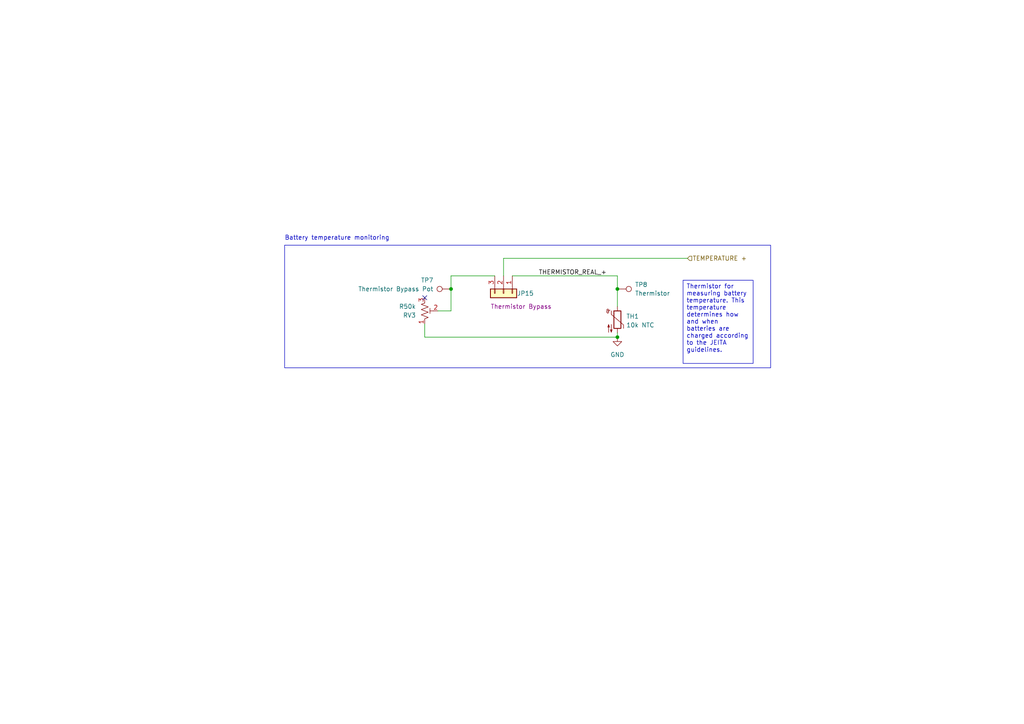
<source format=kicad_sch>
(kicad_sch (version 20231120) (generator "eeschema") (generator_version "8.0")
  (paper "A4")
  (lib_symbols
    (symbol "Connector_Generic:Conn_01x03" (pin_names (offset 1.016) hide)
      (property "Reference" "J" (at 0 5.08 0))
      (property "Value" "Conn_01x03" (at 0 -5.08 0))
      (symbol "Conn_01x03_1_1"
        (rectangle (start -1.27 -2.413) (end 0 -2.667) (stroke (width 0.1524)))
        (rectangle (start -1.27 0.127) (end 0 -0.127) (stroke (width 0.1524)))
        (rectangle (start -1.27 2.667) (end 0 2.413) (stroke (width 0.1524)))
        (rectangle (start -1.27 3.81) (end 1.27 -3.81) (stroke (width 0.254)) (fill (type background)))
        (pin passive line (at -5.08 2.54 0) (length 3.81) (name "Pin_1") (number "1"))
        (pin passive line (at -5.08 0 0) (length 3.81) (name "Pin_2") (number "2"))
        (pin passive line (at -5.08 -2.54 0) (length 3.81) (name "Pin_3") (number "3"))
      )
    )
    (symbol "Device:R_Potentiometer_Trim_US" (pin_names (offset 1.016) hide)
      (property "Reference" "RV" (at -4.445 0 90))
      (property "Value" "R_Potentiometer_Trim_US" (at -2.54 0 90))
      (symbol "R_Potentiometer_Trim_US_0_1"
        (polyline (pts (xy 0 -2.286) (xy 0 -2.54)))
        (polyline (pts (xy 0 2.286) (xy 0 2.54)))
        (polyline (pts (xy 1.524 0.762) (xy 1.524 -0.762)))
        (polyline (pts (xy 2.54 0) (xy 1.524 0)))
        (polyline (pts (xy 0 -0.762) (xy 1.016 -1.143) (xy 0 -1.524) (xy -1.016 -1.905) (xy 0 -2.286)))
        (polyline (pts (xy 0 0.762) (xy 1.016 0.381) (xy 0 0) (xy -1.016 -0.381) (xy 0 -0.762)))
        (polyline (pts (xy 0 2.286) (xy 1.016 1.905) (xy 0 1.524) (xy -1.016 1.143) (xy 0 0.762)))
      )
      (symbol "R_Potentiometer_Trim_US_1_1"
        (pin passive line (at 0 3.81 270) (length 1.27) (name "1") (number "1"))
        (pin passive line (at 3.81 0 180) (length 1.27) (name "2") (number "2"))
        (pin passive line (at 0 -3.81 90) (length 1.27) (name "3") (number "3"))
      )
    )
    (symbol "Device:Thermistor_NTC" (pin_numbers hide) (pin_names (offset 0))
      (property "Reference" "TH" (at -4.445 0 90))
      (property "Value" "Thermistor_NTC" (at 3.175 0 90))
      (symbol "Thermistor_NTC_0_1"
        (arc (start -3.048 2.159) (mid -3.0495 2.3143) (end -3.175 2.413))
        (arc (start -3.048 2.159) (mid -2.9736 1.9794) (end -2.794 1.905))
        (arc (start -3.048 2.794) (mid -2.9736 2.6144) (end -2.794 2.54))
        (arc (start -2.794 1.905) (mid -2.6144 1.9794) (end -2.54 2.159))
        (arc (start -2.794 2.54) (mid -2.4393 2.5587) (end -2.159 2.794))
        (arc (start -2.794 3.048) (mid -2.9736 2.9736) (end -3.048 2.794))
        (arc (start -2.54 2.794) (mid -2.6144 2.9736) (end -2.794 3.048))
        (rectangle (start -1.016 2.54) (end 1.016 -2.54) (stroke (width 0.254)))
        (polyline (pts (xy -2.54 2.159) (xy -2.54 2.794)))
        (polyline (pts (xy -1.778 2.54) (xy -1.778 1.524) (xy 1.778 -1.524) (xy 1.778 -2.54)))
        (polyline (pts (xy -2.54 -3.683) (xy -2.54 -1.397) (xy -2.794 -2.159) (xy -2.286 -2.159) (xy -2.54 -1.397) (xy -2.54 -1.651)) (fill (type outline)))
        (polyline (pts (xy -1.778 -1.397) (xy -1.778 -3.683) (xy -2.032 -2.921) (xy -1.524 -2.921) (xy -1.778 -3.683) (xy -1.778 -3.429)) (fill (type outline)))
      )
      (symbol "Thermistor_NTC_1_1"
        (pin passive line (at 0 3.81 270) (length 1.27) (name "~") (number "1"))
        (pin passive line (at 0 -3.81 90) (length 1.27) (name "~") (number "2"))
      )
    )
    (symbol "TVSC:TestPoint_Keystone_5002" (pin_numbers hide) (pin_names (offset 0.762) hide)
      (property "Reference" "TP" (at 0 6.858 0))
      (property "Value" "TestPoint" (at 0 5.08 0))
      (symbol "TestPoint_Keystone_5002_0_1"
        (circle (center 0 3.302) (radius 0.762))
      )
      (symbol "TestPoint_Keystone_5002_1_1"
        (pin passive line (at 0 0 90) (length 2.54) (name "1") (number "1"))
      )
    )
    (symbol "power:GND" (power) (pin_names (offset 0))
      (property "Value" "GND" (at 0 -3.81 0))
      (symbol "GND_0_1"
        (polyline (pts (xy 0 0) (xy 0 -1.27) (xy 1.27 -1.27) (xy 0 -2.54) (xy -1.27 -1.27) (xy 0 -1.27)))
      )
      (symbol "GND_1_1"
        (pin power_in line (at 0 0 270) (length 0) hide (name "GND") (number "1"))
      )
    )
  )
  (junction (at 130.81 83.82))
  (junction (at 179.07 83.82))
  (junction (at 179.07 97.79))
  (no_connect (at 123.19 86.36))
  (wire (pts (xy 146.05 74.93) (xy 146.05 80.01)))
  (wire (pts (xy 130.81 80.01) (xy 130.81 83.82)))
  (wire (pts (xy 179.07 83.82) (xy 179.07 80.01)))
  (wire (pts (xy 130.81 83.82) (xy 130.81 90.17)))
  (wire (pts (xy 123.19 93.98) (xy 123.19 97.79)))
  (wire (pts (xy 123.19 97.79) (xy 179.07 97.79)))
  (wire (pts (xy 179.07 80.01) (xy 148.59 80.01)))
  (wire (pts (xy 199.39 74.93) (xy 146.05 74.93)))
  (wire (pts (xy 130.81 80.01) (xy 143.51 80.01)))
  (wire (pts (xy 130.81 90.17) (xy 127 90.17)))
  (wire (pts (xy 179.07 83.82) (xy 179.07 88.9)))
  (wire (pts (xy 179.07 97.79) (xy 179.07 96.52)))
  (rectangle (start 82.55 71.12) (end 223.52 106.68))
  (text_box "Thermistor for measuring battery temperature. This temperature determines how and when batteries are charged according to the JEITA guidelines." (at 198.12 81.28 0) (size 20.32 24.13) (effects (font (size 1.27 1.27)) (justify left top)))
  (text "Battery temperature monitoring" (at 82.55 69.85 0) (effects (font (size 1.27 1.27)) (justify left bottom)))
  (label "THERMISTOR_REAL_+" (at 156.21 80.01 0))
  (hierarchical_label "TEMPERATURE +" (shape input) (at 199.39 74.93 0))
  (symbol (lib_id "Device:R_Potentiometer_Trim_US") (at 123.19 90.17 0) (mirror x) (unit 1)
    (property "Reference" "RV3" (at 120.65 91.44 0) (effects (justify right)))
    (property "Value" "R50k" (at 120.65 88.9 0) (effects (justify right)))
    (property "Footprint" "Potentiometer_SMD:Potentiometer_Bourns_3314J_Vertical" (effects (hide yes)))
    (property "Active" "Y" (effects (hide yes)))
    (property "MPN" "C50895" (effects (hide yes)))
    (property "Manufacturer" "BOURNS" (effects (hide yes)))
    (property "Manufacturer Part Number" "3314J-1-503E" (effects (hide yes)))
    (property "Specs" "0-50k Ohm" (effects (hide yes)))
  )
  (symbol (lib_id "TVSC:TestPoint_Keystone_5002") (at 130.81 83.82 90) (unit 1)
    (property "Reference" "TP7" (at 125.73 81.28 90) (effects (justify left)))
    (property "Value" "Thermistor Bypass Pot" (at 125.73 83.82 90) (effects (justify left)))
    (property "Footprint" "footprints:TestPoint_Pad_D1.5mm" (effects (hide yes)))
    (property "Datasheet" "https://www.keyelco.com/product.cfm/product_id/1311" (effects (hide yes)))
    (property "MPN" "NA" (effects (hide yes)))
    (property "Active" "Y" (effects (hide yes)))
  )
  (symbol (lib_id "TVSC:TestPoint_Keystone_5002") (at 179.07 83.82 270) (unit 1)
    (property "Reference" "TP8" (at 184.15 82.55 90) (effects (justify left)))
    (property "Value" "Thermistor" (at 184.15 85.09 90) (effects (justify left)))
    (property "Footprint" "footprints:TestPoint_Pad_D1.5mm" (effects (hide yes)))
    (property "Datasheet" "https://www.keyelco.com/product.cfm/product_id/1311" (effects (hide yes)))
    (property "MPN" "NA" (effects (hide yes)))
    (property "Active" "Y" (effects (hide yes)))
  )
  (symbol (lib_id "power:GND") (at 179.07 97.79 0) (unit 1)
    (property "Reference" "#PWR052" (effects (hide yes)))
    (property "Value" "GND" (at 179.07 102.87 0))
  )
  (symbol (lib_id "Device:Thermistor_NTC") (at 179.07 92.71 0) (unit 1)
    (property "Reference" "TH1" (at 181.61 91.7575 0) (effects (justify left)))
    (property "Value" "10k NTC" (at 181.61 94.2975 0) (effects (justify left)))
    (property "Footprint" "footprints:Nondescript_R_0402_1005Metric" (effects (hide yes)))
    (property "Specs" "103AT-2 10kΩ NTC, but using an SMD component" (effects (hide yes)))
    (property "MPN" "C336815" (effects (hide yes)))
    (property "Manufacturer" "PANASONIC" (effects (hide yes)))
    (property "Manufacturer Part Number" "ERTJ0EG103GA" (effects (hide yes)))
    (property "Active" "Y" (effects (hide yes)))
  )
  (symbol (lib_id "Connector_Generic:Conn_01x03") (at 146.05 85.09 270) (unit 1)
    (property "Reference" "JP15" (at 152.4 85.09 90))
    (property "Value" "Conn_01x03" (effects (hide yes)))
    (property "Footprint" "footprints:HDRV3W64P0X254_1X3_762X254X869P" (effects (hide yes)))
    (property "Datasheet" "http://katalog.we-online.de/em/datasheet/6130xx11121.pdf" (effects (hide yes)))
    (property "Purpose" "Thermistor Bypass" (at 160.02 88.9 90) (effects (justify right)))
    (property "MPN" "C2915006" (effects (hide yes)))
    (property "Manufacturer" "Wurth Elektronik" (effects (hide yes)))
    (property "Manufacturer Part Number" "61300311121" (effects (hide yes)))
    (property "Active" "Y" (effects (hide yes)))
  )
)
</source>
